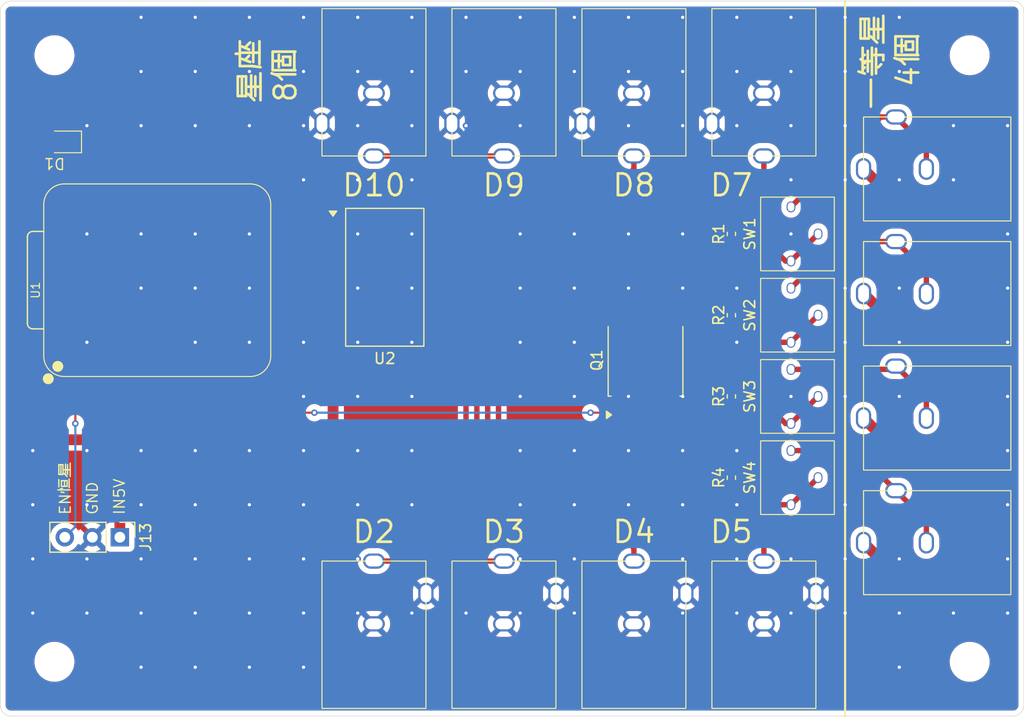
<source format=kicad_pcb>
(kicad_pcb (version 20241229) (generator "pcbnew") (generator_version "9.0")
  (layers (0 "F.Cu" signal) (2 "B.Cu" signal) (13 "F.Paste" user) (15 "B.Paste" user) (5 "F.SilkS" user "F.Silkscreen") (7 "B.SilkS" user "B.Silkscreen") (1 "F.Mask" user) (3 "B.Mask" user) (25 "Edge.Cuts" user))
  (net 0 "")
  (net 1 "GND")
  (net 2 "+5V")
  (net 3 "Net-(J9-Pad2)")
  (net 4 "Net-(J10-Pad2)")
  (net 5 "Net-(J11-Pad2)")
  (net 6 "Net-(J12-Pad2)")
  (net 15 "Net-(D1-K)")
  (net 16 "SEIZAO1")
  (net 17 "SEIZAO2")
  (net 18 "SEIZAO3")
  (net 19 "SEIZAO4")
  (net 20 "SEIZAO5")
  (net 21 "SEIZAO6")
  (net 22 "SEIZAO7")
  (net 23 "SEIZAO8")
  (net 24 "ITTOSE")
  (net 25 "Net-(Q1-D)")
  (net 26 "SEIZAI2")
  (net 27 "SEIZAI1")
  (net 28 "SEIZAI5")
  (net 29 "SEIZAI4")
  (net 30 "SEIZAI7")
  (net 31 "SEIZAI6")
  (net 32 "SEIZAI8")
  (net 33 "SEIZAI3")
  (net 34 "Net-(R1-Pad1)")
  (net 35 "Net-(R2-Pad1)")
  (net 36 "Net-(R3-Pad1)")
  (net 37 "Net-(R4-Pad1)")
  (net 38 "kousei_en")
  (footprint "VR:VR" (layer "F.Cu") (at 165 87.5 -90)
    (property "Reference" "SW2" (at 0 3.81 90) (layer "F.SilkS"))
    (property "Value" "RotaryEncoder")
    (pad "1" thru_hole oval (at -2.5 0 270) (size 1 0.8) (drill oval 0.8 0.6) (layers "*.Cu" "*.Mask") (net 4 "Net-(J10-Pad2)"))
    (pad "2" thru_hole oval (at 0 -2.5 270) (size 1 0.8) (drill oval 0.8 0.6) (layers "*.Cu" "*.Mask") (net 35 "Net-(R2-Pad1)"))
    (pad "3" thru_hole oval (at 2.5 0 270) (size 1 0.8) (drill oval 0.8 0.6) (layers "*.Cu" "*.Mask") (net 35 "Net-(R2-Pad1)"))
  )
  (footprint "DCJack:DCJack" (layer "F.Cu") (at 177.5 85.5 180)
    (property "Reference" "J10" (hide yes))
    (property "Value" "Jack-DC")
    (pad "1" thru_hole oval (at 5.8 0 180) (size 1.4 2) (drill oval 1 1.6) (layers "*.Cu" "*.Mask") (net 2 "+5V"))
    (pad "2" thru_hole oval (at 0 0 180) (size 1.4 2) (drill oval 1 1.6) (layers "*.Cu" "*.Mask") (net 4 "Net-(J10-Pad2)"))
    (pad "2" thru_hole oval (at 2.8 4.8 180) (size 2 1.4) (drill oval 1.6 1) (layers "*.Cu" "*.Mask") (net 4 "Net-(J10-Pad2)"))
  )
  (footprint "MountingHole:MountingHole_3.2mm_M3" (layer "F.Cu") (at 97 63.5 -90)
    (property "Reference" "REF**" (hide yes))
    (property "Value" "MountingHole_3.2mm_M3" (hide yes))
    (pad "" np_thru_hole circle (at 0 0 270) (size 3.2 3.2) (drill 3.2) (layers "*.Cu" "*.Mask"))
  )
  (footprint "DCJack:DCJack" (layer "F.Cu") (at 126.5 67 -90)
    (property "Reference" "J4" (hide yes))
    (property "Value" "Jack-DC")
    (pad "1" thru_hole oval (at 5.8 0 270) (size 1.4 2) (drill oval 1 1.6) (layers "*.Cu" "*.Mask") (net 19 "SEIZAO4"))
    (pad "2" thru_hole oval (at 0 0 270) (size 1.4 2) (drill oval 1 1.6) (layers "*.Cu" "*.Mask") (net 1 "GND"))
    (pad "2" thru_hole oval (at 2.8 4.8 270) (size 2 1.4) (drill oval 1.6 1) (layers "*.Cu" "*.Mask") (net 1 "GND"))
  )
  (footprint "MountingHole:MountingHole_3.2mm_M3" (layer "F.Cu") (at 181.5 63.5 -90)
    (property "Reference" "REF**" (hide yes))
    (property "Value" "MountingHole_3.2mm_M3" (hide yes))
    (pad "" np_thru_hole circle (at 0 0 270) (size 3.2 3.2) (drill 3.2) (layers "*.Cu" "*.Mask"))
  )
  (footprint "DCJack:DCJack" (layer "F.Cu") (at 138.5 116 90)
    (property "Reference" "J7" (hide yes))
    (property "Value" "Jack-DC")
    (pad "1" thru_hole oval (at 5.8 0 90) (size 1.4 2) (drill oval 1 1.6) (layers "*.Cu" "*.Mask") (net 22 "SEIZAO7"))
    (pad "2" thru_hole oval (at 0 0 90) (size 1.4 2) (drill oval 1 1.6) (layers "*.Cu" "*.Mask") (net 1 "GND"))
    (pad "2" thru_hole oval (at 2.8 4.8 90) (size 2 1.4) (drill oval 1.6 1) (layers "*.Cu" "*.Mask") (net 1 "GND"))
  )
  (footprint "Package_SO:SOP-18_7x12.5mm_P1.27mm" (layer "F.Cu") (at 127.5 84)
    (property "Reference" "U2" (at 0 7.5 0) (layer "F.SilkS"))
    (property "Value" "TBD62783A")
    (pad "1" smd roundrect (at -4.775 -5.08) (size 1.75 0.6) (layers "F.Cu" "F.Mask" "F.Paste") (net 29 "SEIZAI4"))
    (pad "2" smd roundrect (at -4.775 -3.81) (size 1.75 0.6) (layers "F.Cu" "F.Mask" "F.Paste") (net 33 "SEIZAI3"))
    (pad "3" smd roundrect (at -4.775 -2.54) (size 1.75 0.6) (layers "F.Cu" "F.Mask" "F.Paste") (net 26 "SEIZAI2"))
    (pad "4" smd roundrect (at -4.775 -1.27) (size 1.75 0.6) (layers "F.Cu" "F.Mask" "F.Paste") (net 27 "SEIZAI1"))
    (pad "5" smd roundrect (at -4.775 0) (size 1.75 0.6) (layers "F.Cu" "F.Mask" "F.Paste") (net 28 "SEIZAI5"))
    (pad "6" smd roundrect (at -4.775 1.27) (size 1.75 0.6) (layers "F.Cu" "F.Mask" "F.Paste") (net 31 "SEIZAI6"))
    (pad "7" smd roundrect (at -4.775 2.54) (size 1.75 0.6) (layers "F.Cu" "F.Mask" "F.Paste") (net 30 "SEIZAI7"))
    (pad "8" smd roundrect (at -4.775 3.81) (size 1.75 0.6) (layers "F.Cu" "F.Mask" "F.Paste") (net 32 "SEIZAI8"))
    (pad "9" smd roundrect (at -4.775 5.08) (size 1.75 0.6) (layers "F.Cu" "F.Mask" "F.Paste") (net 2 "+5V"))
    (pad "10" smd roundrect (at 4.775 5.08) (size 1.75 0.6) (layers "F.Cu" "F.Mask" "F.Paste") (net 1 "GND"))
    (pad "11" smd roundrect (at 4.775 3.81) (size 1.75 0.6) (layers "F.Cu" "F.Mask" "F.Paste") (net 23 "SEIZAO8"))
    (pad "12" smd roundrect (at 4.775 2.54) (size 1.75 0.6) (layers "F.Cu" "F.Mask" "F.Paste") (net 22 "SEIZAO7"))
    (pad "13" smd roundrect (at 4.775 1.27) (size 1.75 0.6) (layers "F.Cu" "F.Mask" "F.Paste") (net 21 "SEIZAO6"))
    (pad "14" smd roundrect (at 4.775 0) (size 1.75 0.6) (layers "F.Cu" "F.Mask" "F.Paste") (net 20 "SEIZAO5"))
    (pad "15" smd roundrect (at 4.775 -1.27) (size 1.75 0.6) (layers "F.Cu" "F.Mask" "F.Paste") (net 16 "SEIZAO1"))
    (pad "16" smd roundrect (at 4.775 -2.54) (size 1.75 0.6) (layers "F.Cu" "F.Mask" "F.Paste") (net 17 "SEIZAO2"))
    (pad "17" smd roundrect (at 4.775 -3.81) (size 1.75 0.6) (layers "F.Cu" "F.Mask" "F.Paste") (net 18 "SEIZAO3"))
    (pad "18" smd roundrect (at 4.775 -5.08) (size 1.75 0.6) (layers "F.Cu" "F.Mask" "F.Paste") (net 19 "SEIZAO4"))
  )
  (footprint "DCJack:DCJack" (layer "F.Cu") (at 150.5 116 90)
    (property "Reference" "J6" (hide yes))
    (property "Value" "Jack-DC")
    (pad "1" thru_hole oval (at 5.8 0 90) (size 1.4 2) (drill oval 1 1.6) (layers "*.Cu" "*.Mask") (net 21 "SEIZAO6"))
    (pad "2" thru_hole oval (at 0 0 90) (size 1.4 2) (drill oval 1 1.6) (layers "*.Cu" "*.Mask") (net 1 "GND"))
    (pad "2" thru_hole oval (at 2.8 4.8 90) (size 2 1.4) (drill oval 1.6 1) (layers "*.Cu" "*.Mask") (net 1 "GND"))
  )
  (footprint "Connector_PinHeader_2.54mm:PinHeader_1x03_P2.54mm_Vertical" (layer "F.Cu") (at 103.04 108 -90)
    (property "Reference" "J13" (at 0 -2.38 90) (layer "F.SilkS"))
    (property "Value" "Conn_01x03")
    (pad "1" thru_hole rect (at 0 0 270) (size 1.7 1.7) (drill 1) (layers "*.Cu" "*.Mask") (net 2 "+5V"))
    (pad "2" thru_hole circle (at 0 2.54 270) (size 1.7 1.7) (drill 1) (layers "*.Cu" "*.Mask") (net 1 "GND"))
    (pad "3" thru_hole circle (at 0 5.08 270) (size 1.7 1.7) (drill 1) (layers "*.Cu" "*.Mask") (net 38 "kousei_en"))
  )
  (footprint "Seeed_Studio_XIAO_Series:XIAO-ESP32-C3-SMD" (layer "F.Cu") (at 117.052 93.16 90)
    (property "Reference" "U1" (at 7.112 -21.336 90) (layer "F.SilkS") (effects (font (size 0.78232 0.78232) (thickness 0.10668)) (justify left bottom)))
    (property "Value" "XIAO-ESP32-C3-SMD")
    (pad "1" smd roundrect (at 0.835 -18.12 90) (size 2.75 2) (layers "F.Cu" "F.Mask" "F.Paste") (net 38 "kousei_en"))
    (pad "2" smd roundrect (at 0.835 -15.58 90) (size 2.75 2) (layers "F.Cu" "F.Mask" "F.Paste") (net 24 "ITTOSE"))
    (pad "3" smd roundrect (at 0.835 -13.04 90) (size 2.75 2) (layers "F.Cu" "F.Mask" "F.Paste") (net 32 "SEIZAI8"))
    (pad "4" smd roundrect (at 0.835 -10.5 90) (size 2.75 2) (layers "F.Cu" "F.Mask" "F.Paste") (net 30 "SEIZAI7"))
    (pad "5" smd roundrect (at 0.835 -7.96 90) (size 2.75 2) (layers "F.Cu" "F.Mask" "F.Paste") (net 31 "SEIZAI6"))
    (pad "6" smd roundrect (at 0.835 -5.42 90) (size 2.75 2) (layers "F.Cu" "F.Mask" "F.Paste") (net 28 "SEIZAI5"))
    (pad "7" smd roundrect (at 0.835 -2.88 90) (size 2.75 2) (layers "F.Cu" "F.Mask" "F.Paste"))
    (pad "8" smd roundrect (at 17 -2.88 90) (size 2.75 2) (layers "F.Cu" "F.Mask" "F.Paste") (net 27 "SEIZAI1"))
    (pad "9" smd roundrect (at 17 -5.42 90) (size 2.75 2) (layers "F.Cu" "F.Mask" "F.Paste") (net 26 "SEIZAI2"))
    (pad "10" smd roundrect (at 17 -7.96 90) (size 2.75 2) (layers "F.Cu" "F.Mask" "F.Paste") (net 33 "SEIZAI3"))
    (pad "11" smd roundrect (at 17 -10.5 90) (size 2.75 2) (layers "F.Cu" "F.Mask" "F.Paste") (net 29 "SEIZAI4"))
    (pad "12" smd roundrect (at 17 -13.04 90) (size 2.75 2) (layers "F.Cu" "F.Mask" "F.Paste"))
    (pad "13" smd roundrect (at 17 -15.58 90) (size 2.75 2) (layers "F.Cu" "F.Mask" "F.Paste") (net 1 "GND"))
    (pad "14" smd roundrect (at 17 -18.12 90) (size 2.75 2) (layers "F.Cu" "F.Mask" "F.Paste") (net 15 "Net-(D1-K)"))
    (pad "15" smd roundrect (at 4.445 -10.882 270) (size 2.5 1.1) (layers "F.Cu" "F.Mask" "F.Paste"))
    (pad "16" smd roundrect (at 4.445 -12.787 270) (size 2.5 1.1) (layers "F.Cu" "F.Mask" "F.Paste") (net 1 "GND"))
    (pad "17" smd circle (at 7.62 -19.132 90) (size 1.7 1.7) (layers "F.Cu" "F.Mask" "F.Paste"))
    (pad "18" smd circle (at 10.16 -19.132 90) (size 1.7 1.7) (layers "F.Cu" "F.Mask" "F.Paste"))
    (pad "19" smd circle (at 7.62 -16.592 90) (size 1.7 1.7) (layers "F.Cu" "F.Mask" "F.Paste"))
    (pad "20" smd circle (at 10.16 -16.592 90) (size 1.7 1.7) (layers "F.Cu" "F.Mask" "F.Paste") (net 1 "GND"))
    (pad "21" smd circle (at 7.62 -14.052 90) (size 1.7 1.7) (layers "F.Cu" "F.Mask" "F.Paste"))
    (pad "22" smd circle (at 10.16 -14.052 90) (size 1.7 1.7) (layers "F.Cu" "F.Mask" "F.Paste"))
  )
  (footprint "GS1010FL:GS1010FL" (layer "F.Cu") (at 97 71.5 180)
    (property "Reference" "D1" (at 0 -2 180) (layer "F.SilkS") (effects (font (thickness 0.125))))
    (property "Value" "D")
    (pad "1" smd roundrect (at -1.7375 0 180) (size 0.775 1.22) (layers "F.Cu" "F.Mask" "F.Paste") (roundrect_rratio 0.15) (net 15 "Net-(D1-K)"))
    (pad "2" smd roundrect (at 1.7375 0 180) (size 0.775 1.22) (layers "F.Cu" "F.Mask" "F.Paste") (roundrect_rratio 0.15) (net 2 "+5V"))
  )
  (footprint "VR:VR" (layer "F.Cu") (at 165 80 -90)
    (property "Reference" "SW1" (at 0 3.81 90) (layer "F.SilkS"))
    (property "Value" "RotaryEncoder")
    (pad "1" thru_hole oval (at -2.5 0 270) (size 1 0.8) (drill oval 0.8 0.6) (layers "*.Cu" "*.Mask") (net 3 "Net-(J9-Pad2)"))
    (pad "2" thru_hole oval (at 0 -2.5 270) (size 1 0.8) (drill oval 0.8 0.6) (layers "*.Cu" "*.Mask") (net 34 "Net-(R1-Pad1)"))
    (pad "3" thru_hole oval (at 2.5 0 270) (size 1 0.8) (drill oval 0.8 0.6) (layers "*.Cu" "*.Mask") (net 34 "Net-(R1-Pad1)"))
  )
  (footprint "MountingHole:MountingHole_3.2mm_M3" (layer "F.Cu") (at 97 119.5 -90)
    (property "Reference" "REF**" (hide yes))
    (property "Value" "MountingHole_3.2mm_M3" (hide yes))
    (pad "" np_thru_hole circle (at 0 0 270) (size 3.2 3.2) (drill 3.2) (layers "*.Cu" "*.Mask"))
  )
  (footprint "DCJack:DCJack" (layer "F.Cu") (at 150.5 67 -90)
    (property "Reference" "J2" (hide yes))
    (property "Value" "Jack-DC")
    (pad "1" thru_hole oval (at 5.8 0 270) (size 1.4 2) (drill oval 1 1.6) (layers "*.Cu" "*.Mask") (net 17 "SEIZAO2"))
    (pad "2" thru_hole oval (at 0 0 270) (size 1.4 2) (drill oval 1 1.6) (layers "*.Cu" "*.Mask") (net 1 "GND"))
    (pad "2" thru_hole oval (at 2.8 4.8 270) (size 2 1.4) (drill oval 1.6 1) (layers "*.Cu" "*.Mask") (net 1 "GND"))
  )
  (footprint "DCJack:DCJack" (layer "F.Cu") (at 177.5 74 180)
    (property "Reference" "J9" (hide yes))
    (property "Value" "Jack-DC")
    (pad "1" thru_hole oval (at 5.8 0 180) (size 1.4 2) (drill oval 1 1.6) (layers "*.Cu" "*.Mask") (net 2 "+5V"))
    (pad "2" thru_hole oval (at 0 0 180) (size 1.4 2) (drill oval 1 1.6) (layers "*.Cu" "*.Mask") (net 3 "Net-(J9-Pad2)"))
    (pad "2" thru_hole oval (at 2.8 4.8 180) (size 2 1.4) (drill oval 1.6 1) (layers "*.Cu" "*.Mask") (net 3 "Net-(J9-Pad2)"))
  )
  (footprint "DCJack:DCJack" (layer "F.Cu") (at 126.5 116 90)
    (property "Reference" "J8" (hide yes))
    (property "Value" "Jack-DC")
    (pad "1" thru_hole oval (at 5.8 0 90) (size 1.4 2) (drill oval 1 1.6) (layers "*.Cu" "*.Mask") (net 23 "SEIZAO8"))
    (pad "2" thru_hole oval (at 0 0 90) (size 1.4 2) (drill oval 1 1.6) (layers "*.Cu" "*.Mask") (net 1 "GND"))
    (pad "2" thru_hole oval (at 2.8 4.8 90) (size 2 1.4) (drill oval 1.6 1) (layers "*.Cu" "*.Mask") (net 1 "GND"))
  )
  (footprint "DCJack:DCJack" (layer "F.Cu") (at 177.5 97 180)
    (property "Reference" "J11" (hide yes))
    (property "Value" "Jack-DC")
    (pad "1" thru_hole oval (at 5.8 0 180) (size 1.4 2) (drill oval 1 1.6) (layers "*.Cu" "*.Mask") (net 2 "+5V"))
    (pad "2" thru_hole oval (at 0 0 180) (size 1.4 2) (drill oval 1 1.6) (layers "*.Cu" "*.Mask") (net 5 "Net-(J11-Pad2)"))
    (pad "2" thru_hole oval (at 2.8 4.8 180) (size 2 1.4) (drill oval 1.6 1) (layers "*.Cu" "*.Mask") (net 5 "Net-(J11-Pad2)"))
  )
  (footprint "Package_TO_SOT_SMD:TO-252-2" (layer "F.Cu") (at 151.5725 91.66 90)
    (property "Reference" "Q1" (at 0 -4.5 90) (layer "F.SilkS"))
    (property "Value" "TK25S06N1L")
    (pad "1" smd roundrect (at -5.04 -2.28 90) (size 2.2 1.2) (layers "F.Cu" "F.Mask" "F.Paste") (roundrect_rratio 0.208333) (net 24 "ITTOSE"))
    (pad "2" smd roundrect (at 1.26 0 90) (size 6.4 5.8) (layers "F.Cu" "F.Mask") (roundrect_rratio 0.043103) (net 25 "Net-(Q1-D)"))
    (pad "3" smd roundrect (at -5.04 2.28 90) (size 2.2 1.2) (layers "F.Cu" "F.Mask" "F.Paste") (roundrect_rratio 0.208333) (net 1 "GND"))
  )
  (footprint "DCJack:DCJack" (layer "F.Cu") (at 177.5 108.5 180)
    (property "Reference" "J12" (hide yes))
    (property "Value" "Jack-DC")
    (pad "1" thru_hole oval (at 5.8 0 180) (size 1.4 2) (drill oval 1 1.6) (layers "*.Cu" "*.Mask") (net 2 "+5V"))
    (pad "2" thru_hole oval (at 0 0 180) (size 1.4 2) (drill oval 1 1.6) (layers "*.Cu" "*.Mask") (net 6 "Net-(J12-Pad2)"))
    (pad "2" thru_hole oval (at 2.8 4.8 180) (size 2 1.4) (drill oval 1.6 1) (layers "*.Cu" "*.Mask") (net 6 "Net-(J12-Pad2)"))
  )
  (footprint "DCJack:DCJack" (layer "F.Cu") (at 162.5 116 90)
    (property "Reference" "J5" (hide yes))
    (property "Value" "Jack-DC")
    (pad "1" thru_hole oval (at 5.8 0 90) (size 1.4 2) (drill oval 1 1.6) (layers "*.Cu" "*.Mask") (net 20 "SEIZAO5"))
    (pad "2" thru_hole oval (at 0 0 90) (size 1.4 2) (drill oval 1 1.6) (layers "*.Cu" "*.Mask") (net 1 "GND"))
    (pad "2" thru_hole oval (at 2.8 4.8 90) (size 2 1.4) (drill oval 1.6 1) (layers "*.Cu" "*.Mask") (net 1 "GND"))
  )
  (footprint "Resistor_SMD:R_0402_1005Metric" (layer "F.Cu") (at 159.5 95 90)
    (property "Reference" "R3" (at 0 -1.17 90) (layer "F.SilkS"))
    (property "Value" "R")
    (pad "1" smd roundrect (at -0.51 0 90) (size 0.54 0.64) (layers "F.Cu" "F.Mask" "F.Paste") (net 36 "Net-(R3-Pad1)"))
    (pad "2" smd roundrect (at 0.51 0 90) (size 0.54 0.64) (layers "F.Cu" "F.Mask" "F.Paste") (net 25 "Net-(Q1-D)"))
  )
  (footprint "DCJack:DCJack" (layer "F.Cu") (at 138.5 67 -90)
    (property "Reference" "J3" (hide yes))
    (property "Value" "Jack-DC")
    (pad "1" thru_hole oval (at 5.8 0 270) (size 1.4 2) (drill oval 1 1.6) (layers "*.Cu" "*.Mask") (net 18 "SEIZAO3"))
    (pad "2" thru_hole oval (at 0 0 270) (size 1.4 2) (drill oval 1 1.6) (layers "*.Cu" "*.Mask") (net 1 "GND"))
    (pad "2" thru_hole oval (at 2.8 4.8 270) (size 2 1.4) (drill oval 1.6 1) (layers "*.Cu" "*.Mask") (net 1 "GND"))
  )
  (footprint "Resistor_SMD:R_0402_1005Metric" (layer "F.Cu") (at 159.5 87.5 90)
    (property "Reference" "R2" (at 0 -1.17 90) (layer "F.SilkS"))
    (property "Value" "R")
    (pad "1" smd roundrect (at -0.51 0 90) (size 0.54 0.64) (layers "F.Cu" "F.Mask" "F.Paste") (net 35 "Net-(R2-Pad1)"))
    (pad "2" smd roundrect (at 0.51 0 90) (size 0.54 0.64) (layers "F.Cu" "F.Mask" "F.Paste") (net 25 "Net-(Q1-D)"))
  )
  (footprint "MountingHole:MountingHole_3.2mm_M3" (layer "F.Cu") (at 181.5 119.5 -90)
    (property "Reference" "REF**" (hide yes))
    (property "Value" "MountingHole_3.2mm_M3" (hide yes))
    (pad "" np_thru_hole circle (at 0 0 270) (size 3.2 3.2) (drill 3.2) (layers "*.Cu" "*.Mask"))
  )
  (footprint "VR:VR" (layer "F.Cu") (at 165 95 -90)
    (property "Reference" "SW3" (at 0 3.81 90) (layer "F.SilkS"))
    (property "Value" "RotaryEncoder")
    (pad "1" thru_hole oval (at -2.5 0 270) (size 1 0.8) (drill oval 0.8 0.6) (layers "*.Cu" "*.Mask") (net 5 "Net-(J11-Pad2)"))
    (pad "2" thru_hole oval (at 0 -2.5 270) (size 1 0.8) (drill oval 0.8 0.6) (layers "*.Cu" "*.Mask") (net 36 "Net-(R3-Pad1)"))
    (pad "3" thru_hole oval (at 2.5 0 270) (size 1 0.8) (drill oval 0.8 0.6) (layers "*.Cu" "*.Mask") (net 36 "Net-(R3-Pad1)"))
  )
  (footprint "VR:VR" (layer "F.Cu") (at 165 102.5 -90)
    (property "Reference" "SW4" (at 0 3.81 90) (layer "F.SilkS"))
    (property "Value" "RotaryEncoder")
    (pad "1" thru_hole oval (at -2.5 0 270) (size 1 0.8) (drill oval 0.8 0.6) (layers "*.Cu" "*.Mask") (net 6 "Net-(J12-Pad2)"))
    (pad "2" thru_hole oval (at 0 -2.5 270) (size 1 0.8) (drill oval 0.8 0.6) (layers "*.Cu" "*.Mask") (net 37 "Net-(R4-Pad1)"))
    (pad "3" thru_hole oval (at 2.5 0 270) (size 1 0.8) (drill oval 0.8 0.6) (layers "*.Cu" "*.Mask") (net 37 "Net-(R4-Pad1)"))
  )
  (footprint "Resistor_SMD:R_0402_1005Metric" (layer "F.Cu") (at 159.5 102.5 90)
    (property "Reference" "R4" (at 0 -1.17 90) (layer "F.SilkS"))
    (property "Value" "R")
    (pad "1" smd roundrect (at -0.51 0 90) (size 0.54 0.64) (layers "F.Cu" "F.Mask" "F.Paste") (net 37 "Net-(R4-Pad1)"))
    (pad "2" smd roundrect (at 0.51 0 90) (size 0.54 0.64) (layers "F.Cu" "F.Mask" "F.Paste") (net 25 "Net-(Q1-D)"))
  )
  (footprint "DCJack:DCJack" (layer "F.Cu") (at 162.5 67 -90)
    (property "Reference" "J1" (hide yes))
    (property "Value" "Jack-DC")
    (pad "1" thru_hole oval (at 5.8 0 270) (size 1.4 2) (drill oval 1 1.6) (layers "*.Cu" "*.Mask") (net 16 "SEIZAO1"))
    (pad "2" thru_hole oval (at 0 0 270) (size 1.4 2) (drill oval 1 1.6) (layers "*.Cu" "*.Mask") (net 1 "GND"))
    (pad "2" thru_hole oval (at 2.8 4.8 270) (size 2 1.4) (drill oval 1.6 1) (layers "*.Cu" "*.Mask") (net 1 "GND"))
  )
  (footprint "Resistor_SMD:R_0402_1005Metric" (layer "F.Cu") (at 159.5 80 90)
    (property "Reference" "R1" (at 0 -1.17 270) (layer "F.SilkS"))
    (property "Value" "R")
    (pad "1" smd roundrect (at -0.51 0 90) (size 0.54 0.64) (layers "F.Cu" "F.Mask" "F.Paste") (net 34 "Net-(R1-Pad1)"))
    (pad "2" smd roundrect (at 0.51 0 90) (size 0.54 0.64) (layers "F.Cu" "F.Mask" "F.Paste") (net 25 "Net-(Q1-D)"))
  )
  (gr_line (start 170 124.5) (end 170 58.5) (stroke (width 0.2)) (layer "F.SilkS"))
  (gr_line (start 185.5 124.5) (end 93 124.5) (stroke (width 0.05)) (layer "Edge.Cuts"))
  (gr_arc (start 93 124.5) (mid 92.292893 124.207107) (end 92 123.5) (stroke (width 0.05)) (layer "Edge.Cuts"))
  (gr_arc (start 186.5 123.5) (mid 186.207107 124.207107) (end 185.5 124.5) (stroke (width 0.05)) (layer "Edge.Cuts"))
  (gr_line (start 92 123.5) (end 92 59.5) (stroke (width 0.05)) (layer "Edge.Cuts"))
  (gr_arc (start 92 59.5) (mid 92.292893 58.792893) (end 93 58.5) (stroke (width 0.05)) (layer "Edge.Cuts"))
  (gr_arc (start 185.5 58.5) (mid 186.207107 58.792893) (end 186.5 59.5) (stroke (width 0.05)) (layer "Edge.Cuts"))
  (gr_line (start 93 58.5) (end 185.5 58.5) (stroke (width 0.05)) (layer "Edge.Cuts"))
  (gr_line (start 186.5 59.5) (end 186.5 123.5) (stroke (width 0.05)) (layer "Edge.Cuts"))
  (gr_text "GND" (at 100.5 106 90) (layer "F.SilkS") (effects (font (size 1 1) (thickness 0.125)) (justify left)))
  (gr_text "星座\n8個" (at 119.5 68 90) (layer "F.SilkS") (effects (font (size 2 2) (thickness 0.25)) (justify left bottom)))
  (gr_text "D2" (at 126.5 107.5 0) (layer "F.SilkS") (effects (font (size 2 2) (thickness 0.25))))
  (gr_text "D9" (at 138.5 75.5 0) (layer "F.SilkS") (effects (font (size 2 2) (thickness 0.25))))
  (gr_text "D5" (at 159.5 107.5 0) (layer "F.SilkS") (effects (font (size 2 2) (thickness 0.25))))
  (gr_text "D3" (at 138.5 107.5 0) (layer "F.SilkS") (effects (font (size 2 2) (thickness 0.25))))
  (gr_text "D7" (at 159.5 75.5 0) (layer "F.SilkS") (effects (font (size 2 2) (thickness 0.25))))
  (gr_text "IN5V" (at 103 106 90) (layer "F.SilkS") (effects (font (size 1 1) (thickness 0.125)) (justify left)))
  (gr_text "D8" (at 150.5 75.5 0) (layer "F.SilkS") (effects (font (size 2 2) (thickness 0.25))))
  (gr_text "D10" (at 126.5 75.5 0) (layer "F.SilkS") (effects (font (size 2 2) (thickness 0.25))))
  (gr_text "一等星\n4個" (at 177 64 90) (layer "F.SilkS") (effects (font (size 2 2) (thickness 0.25)) (justify bottom)))
  (gr_text "EN恒星" (at 98 106 90) (layer "F.SilkS") (effects (font (size 1 1) (thickness 0.125)) (justify left)))
  (gr_text "D4" (at 150.5 107.5 0) (layer "F.SilkS") (effects (font (size 2 2) (thickness 0.25))))
  (segment (start 101.472 76.16) (end 101.472 73.92975) (width 1) (layer "F.Cu") (net 1))
  (segment (start 101.472 76.16) (end 101.472 78.72925) (width 1) (layer "F.Cu") (net 1))
  (via (at 180 75) (size 0.6) (drill 0.3) (layers "F.Cu" "B.Cu") (net 1))
  (via (at 155 110) (size 0.6) (drill 0.3) (layers "F.Cu" "B.Cu") (net 1))
  (via (at 145 80) (size 0.6) (drill 0.3) (layers "F.Cu" "B.Cu") (net 1))
  (via (at 145 100) (size 0.6) (drill 0.3) (layers "F.Cu" "B.Cu") (net 1))
  (via (at 115 85) (size 0.6) (drill 0.3) (layers "F.Cu" "B.Cu") (net 1))
  (via (at 140 100) (size 0.6) (drill 0.3) (layers "F.Cu" "B.Cu") (net 1))
  (via (at 175 110) (size 0.6) (drill 0.3) (layers "F.Cu" "B.Cu") (net 1))
  (via (at 100 110) (size 0.6) (drill 0.3) (layers "F.Cu" "B.Cu") (net 1))
  (via (at 170 85) (size 0.6) (drill 0.3) (layers "F.Cu" "B.Cu") (net 1))
  (via (at 155 100) (size 0.6) (drill 0.3) (layers "F.Cu" "B.Cu") (net 1))
  (via (at 185 105) (size 0.6) (drill 0.3) (layers "F.Cu" "B.Cu") (net 1))
  (via (at 160 105) (size 0.6) (drill 0.3) (layers "F.Cu" "B.Cu") (net 1))
  (via (at 110 70) (size 0.6) (drill 0.3) (layers "F.Cu" "B.Cu") (net 1))
  (via (at 155 85) (size 0.6) (drill 0.3) (layers "F.Cu" "B.Cu") (net 1))
  (via (at 155 115) (size 0.6) (drill 0.3) (layers "F.Cu" "B.Cu") (net 1))
  (via (at 125 75) (size 0.6) (drill 0.3) (layers "F.Cu" "B.Cu") (net 1))
  (via (at 150 60) (size 0.6) (drill 0.3) (layers "F.Cu" "B.Cu") (net 1))
  (via (at 140 65) (size 0.6) (drill 0.3) (layers "F.Cu" "B.Cu") (net 1))
  (via (at 140 90) (size 0.6) (drill 0.3) (layers "F.Cu" "B.Cu") (net 1))
  (via (at 110 110) (size 0.6) (drill 0.3) (layers "F.Cu" "B.Cu") (net 1))
  (via (at 165 75) (size 0.6) (drill 0.3) (layers "F.Cu" "B.Cu") (net 1))
  (via (at 140 85) (size 0.6) (drill 0.3) (layers "F.Cu" "B.Cu") (net 1))
  (via (at 145 110) (size 0.6) (drill 0.3) (layers "F.Cu" "B.Cu") (net 1))
  (via (at 160 70) (size 0.6) (drill 0.3) (layers "F.Cu" "B.Cu") (net 1))
  (via (at 120 60) (size 0.6) (drill 0.3) (layers "F.Cu" "B.Cu") (net 1))
  (via (at 105 120) (size 0.6) (drill 0.3) (layers "F.Cu" "B.Cu") (net 1))
  (via (at 125 80) (size 0.6) (drill 0.3) (layers "F.Cu" "B.Cu") (net 1))
  (via (at 110 105) (size 0.6) (drill 0.3) (layers "F.Cu" "B.Cu") (net 1))
  (via (at 110 100) (size 0.6) (drill 0.3) (layers "F.Cu" "B.Cu") (net 1))
  (via (at 155 105) (size 0.6) (drill 0.3) (layers "F.Cu" "B.Cu") (net 1))
  (via (at 145 90) (size 0.6) (drill 0.3) (layers "F.Cu" "B.Cu") (net 1))
  (via (at 125 105) (size 0.6) (drill 0.3) (layers "F.Cu" "B.Cu") (net 1))
  (via (at 100 90) (size 0.6) (drill 0.3) (layers "F.Cu" "B.Cu") (net 1))
  (via (at 110 85) (size 0.6) (drill 0.3) (layers "F.Cu" "B.Cu") (net 1))
  (via (at 185 80) (size 0.6) (drill 0.3) (layers "F.Cu" "B.Cu") (net 1))
  (via (at 150 85) (size 0.6) (drill 0.3) (layers "F.Cu" "B.Cu") (net 1))
  (via (at 185 110) (size 0.6) (drill 0.3) (layers "F.Cu" "B.Cu") (net 1))
  (via (at 115 110) (size 0.6) (drill 0.3) (layers "F.Cu" "B.Cu") (net 1))
  (via (at 185 100) (size 0.6) (drill 0.3) (layers "F.Cu" "B.Cu") (net 1))
  (via (at 125 95) (size 0.6) (drill 0.3) (layers "F.Cu" "B.Cu") (net 1))
  (via (at 105 100) (size 0.6) (drill 0.3) (layers "F.Cu" "B.Cu") (net 1))
  (via (at 95 110) (size 0.6) (drill 0.3) (layers "F.Cu" "B.Cu") (net 1))
  (via (at 160 85) (size 0.6) (drill 0.3) (layers "F.Cu" "B.Cu") (net 1))
  (via (at 145 95) (size 0.6) (drill 0.3) (layers "F.Cu" "B.Cu") (net 1))
  (via (at 125 85) (size 0.6) (drill 0.3) (layers "F.Cu" "B.Cu") (net 1))
  (via (at 100 105) (size 0.6) (drill 0.3) (layers "F.Cu" "B.Cu") (net 1))
  (via (at 130 85) (size 0.6) (drill 0.3) (layers "F.Cu" "B.Cu") (net 1))
  (via (at 170 75) (size 0.6) (drill 0.3) (layers "F.Cu" "B.Cu") (net 1))
  (via (at 175 75) (size 0.6) (drill 0.3) (layers "F.Cu" "B.Cu") (net 1))
  (via (at 180 70) (size 0.6) (drill 0.3) (layers "F.Cu" "B.Cu") (net 1))
  (via (at 110 90) (size 0.6) (drill 0.3) (layers "F.Cu" "B.Cu") (net 1))
  (via (at 150 70) (size 0.6) (drill 0.3) (layers "F.Cu" "B.Cu") (net 1))
  (via (at 115 60) (size 0.6) (drill 0.3) (layers "F.Cu" "B.Cu") (net 1))
  (via (at 105 110) (size 0.6) (drill 0.3) (layers "F.Cu" "B.Cu") (net 1))
  (via (at 95 100) (size 0.6) (drill 0.3) (layers "F.Cu" "B.Cu") (net 1))
  (via (at 105 60) (size 0.6) (drill 0.3) (layers "F.Cu" "B.Cu") (net 1))
  (via (at 105 65) (size 0.6) (drill 0.3) (layers "F.Cu" "B.Cu") (net 1))
  (via (at 135 60) (size 0.6) (drill 0.3) (layers "F.Cu" "B.Cu") (net 1))
  (via (at 160 60) (size 0.6) (drill 0.3) (layers "F.Cu" "B.Cu") (net 1))
  (via (at 160 90) (size 0.6) (drill 0.3) (layers "F.Cu" "B.Cu") (net 1))
  (via (at 140 60) (size 0.6) (drill 0.3) (layers "F.Cu" "B.Cu") (net 1))
  (via (at 110 80) (size 0.6) (drill 0.3) (layers "F.Cu" "B.Cu") (net 1))
  (via (at 170 105) (size 0.6) (drill 0.3) (layers "F.Cu" "B.Cu") (net 1))
  (via (at 175 95) (size 0.6) (drill 0.3) (layers "F.Cu" "B.Cu") (net 1))
  (via (at 170 90) (size 0.6) (drill 0.3) (layers "F.Cu" "B.Cu") (net 1))
  (via (at 155 60) (size 0.6) (drill 0.3) (layers "F.Cu" "B.Cu") (net 1))
  (via (at 95 115) (size 0.6) (drill 0.3) (layers "F.Cu" "B.Cu") (net 1))
  (via (at 155 65) (size 0.6) (drill 0.3) (layers "F.Cu" "B.Cu") (net 1))
  (via (at 120 65) (size 0.6) (drill 0.3) (layers "F.Cu" "B.Cu") (net 1))
  (via (at 110 60) (size 0.6) (drill 0.3) (layers "F.Cu" "B.Cu") (net 1))
  (via (at 105 115) (size 0.6) (drill 0.3) (layers "F.Cu" "B.Cu") (net 1))
  (via (at 115 100) (size 0.6) (drill 0.3) (layers "F.Cu" "B.Cu") (net 1))
  (via (at 100 115) (size 0.6) (drill 0.3) (layers "F.Cu" "B.Cu") (net 1))
  (via (at 120 75) (size 0.6) (drill 0.3) (layers "F.Cu" "B.Cu") (net 1))
  (via (at 100 100) (size 0.6) (drill 0.3) (layers "F.Cu" "B.Cu") (net 1))
  (via (at 105 80) (size 0.6) (drill 0.3) (layers "F.Cu" "B.Cu") (net 1))
  (via (at 140 95) (size 0.6) (drill 0.3) (layers "F.Cu" "B.Cu") (net 1))
  (via (at 115 80) (size 0.6) (drill 0.3) (layers "F.Cu" "B.Cu") (net 1))
  (via (at 185 85) (size 0.6) (drill 0.3) (layers "F.Cu" "B.Cu") (net 1))
  (via (at 165 65) (size 0.6) (drill 0.3) (layers "F.Cu" "B.Cu") (net 1))
  (via (at 115 90) (size 0.6) (drill 0.3) (layers "F.Cu" "B.Cu") (net 1))
  (via (at 125 115) (size 0.6) (drill 0.3) (layers "F.Cu" "B.Cu") (net 1))
  (via (at 175 60) (size 0.6) (drill 0.3) (layers "F.Cu" "B.Cu") (net 1))
  (via (at 165 95) (size 0.6) (drill 0.3) (layers "F.Cu" "B.Cu") (net 1))
  (via (at 115 65) (size 0.6) (drill 0.3) (layers "F.Cu" "B.Cu") (net 1))
  (via (at 175 85) (size 0.6) (drill 0.3) (layers "F.Cu" "B.Cu") (net 1))
  (via (at 120 105) (size 0.6) (drill 0.3) (layers "F.Cu" "B.Cu") (net 1))
  (via (at 130 90) (size 0.6) (drill 0.3) (layers "F.Cu" "B.Cu") (net 1))
  (via (at 105 70) (size 0.6) (drill 0.3) (layers "F.Cu" "B.Cu") (net 1))
  (via (at 150 95) (size 0.6) (drill 0.3) (layers "F.Cu" "B.Cu") (net 1))
  (via (at 165 110) (size 0.6) (drill 0.3) (layers "F.Cu" "B.Cu") (net 1))
  (via (at 170 110) (size 0.6) (drill 0.3) (layers "F.Cu" "B.Cu") (net 1))
  (via (at 130 70) (size 0.6) (drill 0.3) (layers "F.Cu" "B.Cu") (net 1))
  (via (at 160 100) (size 0.6) (drill 0.3) (layers "F.Cu" "B.Cu") (net 1))
  (via (at 160 110) (size 0.6) (drill 0.3) (layers "F.Cu" "B.Cu") (net 1))
  (via (at 185 70) (size 0.6) (drill 0.3) (layers "F.Cu" "B.Cu") (net 1))
  (via (at 155 80) (size 0.6) (drill 0.3) (layers "F.Cu" "B.Cu") (net 1))
  (via (at 185 115) (size 0.6) (drill 0.3) (layers "F.Cu" "B.Cu") (net 1))
  (via (at 155 70) (size 0.6) (drill 0.3) (layers "F.Cu" "B.Cu") (net 1))
  (via (at 130 75) (size 0.6) (drill 0.3) (layers "F.Cu" "B.Cu") (net 1))
  (via (at 140 70) (size 0.6) (drill 0.3) (layers "F.Cu" "B.Cu") (net 1))
  (via (at 125 110) (size 0.6) (drill 0.3) (layers "F.Cu" "B.Cu") (net 1))
  (via (at 135 70) (size 0.6) (drill 0.3) (layers "F.Cu" "B.Cu") (net 1))
  (via (at 155 95) (size 0.6) (drill 0.3) (layers "F.Cu" "B.Cu") (net 1))
  (via (at 185 95) (size 0.6) (drill 0.3) (layers "F.Cu" "B.Cu") (net 1))
  (via (at 140 110) (size 0.6) (drill 0.3) (layers "F.Cu" "B.Cu") (net 1))
  (via (at 145 85) (size 0.6) (drill 0.3) (layers "F.Cu" "B.Cu") (net 1))
  (via (at 160 65) (size 0.6) (drill 0.3) (layers "F.Cu" "B.Cu") (net 1))
  (via (at 165 115) (size 0.6) (drill 0.3) (layers "F.Cu" "B.Cu") (net 1))
  (via (at 100 80) (size 0.6) (drill 0.3) (layers "F.Cu" "B.Cu") (net 1))
  (via (at 175 115) (size 0.6) (drill 0.3) (layers "F.Cu" "B.Cu") (net 1))
  (via (at 140 80) (size 0.6) (drill 0.3) (layers "F.Cu" "B.Cu") (net 1))
  (via (at 115 70) (size 0.6) (drill 0.3) (layers "F.Cu" "B.Cu") (net 1))
  (via (at 165 70) (size 0.6) (drill 0.3) (layers "F.Cu" "B.Cu") (net 1))
  (via (at 170 70) (size 0.6) (drill 0.3) (layers "F.Cu" "B.Cu") (net 1))
  (via (at 135 65) (size 0.6) (drill 0.3) (layers "F.Cu" "B.Cu") (net 1))
  (via (at 185 90) (size 0.6) (drill 0.3) (layers "F.Cu" "B.Cu") (net 1))
  (via (at 140 105) (size 0.6) (drill 0.3) (layers "F.Cu" "B.Cu") (net 1))
  (via (at 180 115) (size 0.6) (drill 0.3) (layers "F.Cu" "B.Cu") (net 1))
  (via (at 130 65) (size 0.6) (drill 0.3) (layers "F.Cu" "B.Cu") (net 1))
  (via (at 115 105) (size 0.6) (drill 0.3) (layers "F.Cu" "B.Cu") (net 1))
  (via (at 120 90) (size 0.6) (drill 0.3) (layers "F.Cu" "B.Cu") (net 1))
  (via (at 130 80) (size 0.6) (drill 0.3) (layers "F.Cu" "B.Cu") (net 1))
  (via (at 175 65) (size 0.6) (drill 0.3) (layers "F.Cu" "B.Cu") (net 1))
  (via (at 115 115) (size 0.6) (drill 0.3) (layers "F.Cu" "B.Cu") (net 1))
  (via (at 95 105) (size 0.6) (drill 0.3) (layers "F.Cu" "B.Cu") (net 1))
  (via (at 120 100) (size 0.6) (drill 0.3) (layers "F.Cu" "B.Cu") (net 1))
  (via (at 105 85) (size 0.6) (drill 0.3) (layers "F.Cu" "B.Cu") (net 1))
  (via (at 170 115) (size 0.6) (drill 0.3) (layers "F.Cu" "B.Cu") (net 1))
  (via (at 110 120) (size 0.6) (drill 0.3) (layers "F.Cu" "B.Cu") (net 1))
  (via (at 165 60) (size 0.6) (drill 0.3) (layers "F.Cu" "B.Cu") (net 1))
  (via (at 120 110) (size 0.6) (drill 0.3) (layers "F.Cu" "B.Cu") (net 1))
  (via (at 170 60) (size 0.6) (drill 0.3) (layers "F.Cu" "B.Cu") (net 1))
  (via (at 130 105) (size 0.6) (drill 0.3) (layers "F.Cu" "B.Cu") (net 1))
  (via (at 100 70) (size 0.6) (drill 0.3) (layers "F.Cu" "B.Cu") (net 1))
  (via (at 145 115) (size 0.6) (drill 0.3) (layers "F.Cu" "B.Cu") (net 1))
  (via (at 110 65) (size 0.6) (drill 0.3) (layers "F.Cu" "B.Cu") (net 1))
  (via (at 160 115) (size 0.6) (drill 0.3) (layers "F.Cu" "B.Cu") (net 1))
  (via (at 130 60) (size 0.6) (drill 0.3) (layers "F.Cu" "B.Cu") (net 1))
  (via (at 125 90) (size 0.6) (drill 0.3) (layers "F.Cu" "B.Cu") (net 1))
  (via (at 150 100) (size 0.6) (drill 0.3) (layers "F.Cu" "B.Cu") (net 1))
  (via (at 125 100) (size 0.6) (drill 0.3) (layers "F.Cu" "B.Cu") (net 1))
  (via (at 150 65) (size 0.6) (drill 0.3) (layers "F.Cu" "B.Cu") (net 1))
  (via (at 175 120) (size 0.6) (drill 0.3) (layers "F.Cu" "B.Cu") (net 1))
  (via (at 125 65) (size 0.6) (drill 0.3) (layers "F.Cu" "B.Cu") (net 1))
  (via (at 120 95) (size 0.6) (drill 0.3) (layers "F.Cu" "B.Cu") (net 1))
  (via (at 130 115) (size 0.6) (drill 0.3) (layers "F.Cu" "B.Cu") (net 1))
  (via (at 135 115) (size 0.6) (drill 0.3) (layers "F.Cu" "B.Cu") (net 1))
  (via (at 120 115) (size 0.6) (drill 0.3) (layers "F.Cu" "B.Cu") (net 1))
  (via (at 170 95) (size 0.6) (drill 0.3) (layers "F.Cu" "B.Cu") (net 1))
  (via (at 150 105) (size 0.6) (drill 0.3) (layers "F.Cu" "B.Cu") (net 1))
  (via (at 105 105) (size 0.6) (drill 0.3) (layers "F.Cu" "B.Cu") (net 1))
  (via (at 130 95) (size 0.6) (drill 0.3) (layers "F.Cu" "B.Cu") (net 1))
  (via (at 125 60) (size 0.6) (drill 0.3) (layers "F.Cu" "B.Cu") (net 1))
  (via (at 170 65) (size 0.6) (drill 0.3) (layers "F.Cu" "B.Cu") (net 1))
  (via (at 145 60) (size 0.6) (drill 0.3) (layers "F.Cu" "B.Cu") (net 1))
  (via (at 110 115) (size 0.6) (drill 0.3) (layers "F.Cu" "B.Cu") (net 1))
  (via (at 165 80) (size 0.6) (drill 0.3) (layers "F.Cu" "B.Cu") (net 1))
  (via (at 150 80) (size 0.6) (drill 0.3) (layers "F.Cu" "B.Cu") (net 1))
  (via (at 145 65) (size 0.6) (drill 0.3) (layers "F.Cu" "B.Cu") (net 1))
  (via (at 175 90) (size 0.6) (drill 0.3) (layers "F.Cu" "B.Cu") (net 1))
  (via (at 120 70) (size 0.6) (drill 0.3) (layers "F.Cu" "B.Cu") (net 1))
  (via (at 130 100) (size 0.6) (drill 0.3) (layers "F.Cu" "B.Cu") (net 1))
  (via (at 145 105) (size 0.6) (drill 0.3) (layers "F.Cu" "B.Cu") (net 1))
  (via (at 115 120) (size 0.6) (drill 0.3) (layers "F.Cu" "B.Cu") (net 1))
  (via (at 125 70) (size 0.6) (drill 0.3) (layers "F.Cu" "B.Cu") (net 1))
  (via (at 120 120) (size 0.6) (drill 0.3) (layers "F.Cu" "B.Cu") (net 1))
  (via (at 140 115) (size 0.6) (drill 0.3) (layers "F.Cu" "B.Cu") (net 1))
  (segment (start 94.5 98) (end 94.5 72) (width 1) (layer "F.Cu") (net 2))
  (segment (start 180 100) (end 180 111.5) (width 1) (layer "F.Cu") (net 2))
  (segment (start 171.7 85.5) (end 174.7 88.5) (width 1) (layer "F.Cu") (net 2))
  (segment (start 171.7 74) (end 174.7 77) (width 1) (layer "F.Cu") (net 2))
  (segment (start 103.04 99.04) (end 103 99) (width 1) (layer "F.Cu") (net 2))
  (segment (start 171.7 108.5) (end 174.7 111.5) (width 1) (layer "F.Cu") (net 2))
  (segment (start 122.725 97.775) (end 122.725 89.08) (width 1) (layer "F.Cu") (net 2))
  (segment (start 103.04 108) (end 103.04 99.04) (width 1) (layer "F.Cu") (net 2))
  (segment (start 122.725 118.725) (end 122.725 97.775) (width 1) (layer "F.Cu") (net 2))
  (segment (start 95.5 99) (end 94.5 98) (width 1) (layer "F.Cu") (net 2))
  (segment (start 94.5 72) (end 95 71.5) (width 1) (layer "F.Cu") (net 2))
  (segment (start 180 77) (end 180 88.5) (width 1) (layer "F.Cu") (net 2))
  (segment (start 103 99) (end 95.5 99) (width 1) (layer "F.Cu") (net 2))
  (segment (start 174.7 111.5) (end 180 111.5) (width 1) (layer "F.Cu") (net 2))
  (segment (start 174.7 88.5) (end 180 88.5) (width 1) (layer "F.Cu") (net 2))
  (segment (start 122.725 99) (end 103 99) (width 1) (layer "F.Cu") (net 2))
  (segment (start 174.7 100) (end 180 100) (width 1) (layer "F.Cu") (net 2))
  (segment (start 123.5 119.5) (end 122.725 118.725) (width 1) (layer "F.Cu") (net 2))
  (segment (start 172 119.5) (end 123.5 119.5) (width 1) (layer "F.Cu") (net 2))
  (segment (start 180 88.5) (end 180 100) (width 1) (layer "F.Cu") (net 2))
  (segment (start 180 111.5) (end 172 119.5) (width 1) (layer "F.Cu") (net 2))
  (segment (start 171.7 97) (end 174.7 100) (width 1) (layer "F.Cu") (net 2))
  (segment (start 174.7 77) (end 180 77) (width 1) (layer "F.Cu") (net 2))
  (segment (start 95 71.5) (end 95.2625 71.5) (width 1) (layer "F.Cu") (net 2))
  (segment (start 177.5 72) (end 174.7 69.2) (width 0.5) (layer "F.Cu") (net 3))
  (segment (start 177.5 74) (end 177.5 72) (width 0.5) (layer "F.Cu") (net 3))
  (segment (start 165 77.5) (end 173.3 69.2) (width 0.5) (layer "F.Cu") (net 3))
  (segment (start 173.3 69.2) (end 174.7 69.2) (width 0.5) (layer "F.Cu") (net 3))
  (segment (start 177.5 85.5) (end 177.5 83.5) (width 0.5) (layer "F.Cu") (net 4))
  (segment (start 165 85) (end 169.3 80.7) (width 0.5) (layer "F.Cu") (net 4))
  (segment (start 177.5 83.5) (end 174.7 80.7) (width 0.5) (layer "F.Cu") (net 4))
  (segment (start 169.3 80.7) (end 174.7 80.7) (width 0.5) (layer "F.Cu") (net 4))
  (segment (start 165 92.5) (end 174.4 92.5) (width 0.5) (layer "F.Cu") (net 5))
  (segment (start 174.4 92.5) (end 174.7 92.2) (width 0.5) (layer "F.Cu") (net 5))
  (segment (start 177.5 95) (end 174.7 92.2) (width 0.5) (layer "F.Cu") (net 5))
  (segment (start 177.5 97) (end 177.5 95) (width 0.5) (layer "F.Cu") (net 5))
  (segment (start 171 100) (end 174.7 103.7) (width 0.5) (layer "F.Cu") (net 6))
  (segment (start 177.5 108.5) (end 177.5 106.5) (width 0.5) (layer "F.Cu") (net 6))
  (segment (start 165 100) (end 171 100) (width 0.5) (layer "F.Cu") (net 6))
  (segment (start 177.5 106.5) (end 174.7 103.7) (width 0.5) (layer "F.Cu") (net 6))
  (segment (start 98.932 76.16) (end 98.932 71.6945) (width 1) (layer "F.Cu") (net 15))
  (segment (start 98.932 71.6945) (end 98.7375 71.5) (width 1) (layer "F.Cu") (net 15))
  (segment (start 137.5 75.5) (end 162 75.5) (width 0.5) (layer "F.Cu") (net 16))
  (segment (start 137 76) (end 137.5 75.5) (width 0.5) (layer "F.Cu") (net 16))
  (segment (start 132.275 82.73) (end 136.27 82.73) (width 0.5) (layer "F.Cu") (net 16))
  (segment (start 162.5 75) (end 162.5 72.8) (width 0.5) (layer "F.Cu") (net 16))
  (segment (start 162 75.5) (end 162.5 75) (width 0.5) (layer "F.Cu") (net 16))
  (segment (start 136.27 82.73) (end 137 82) (width 0.5) (layer "F.Cu") (net 16))
  (segment (start 137 82) (end 137 76) (width 0.5) (layer "F.Cu") (net 16))
  (segment (start 136 75) (end 136.5 74.5) (width 0.5) (layer "F.Cu") (net 17))
  (segment (start 136 81) (end 136 75) (width 0.5) (layer "F.Cu") (net 17))
  (segment (start 132.275 81.46) (end 135.54 81.46) (width 0.5) (layer "F.Cu") (net 17))
  (segment (start 150.5 74) (end 150.5 72.8) (width 0.5) (layer "F.Cu") (net 17))
  (segment (start 136.5 74.5) (end 150 74.5) (width 0.5) (layer "F.Cu") (net 17))
  (segment (start 150 74.5) (end 150.5 74) (width 0.5) (layer "F.Cu") (net 17))
  (segment (start 135.54 81.46) (end 136 81) (width 0.5) (layer "F.Cu") (net 17))
  (segment (start 134.31 80.19) (end 135 79.5) (width 0.5) (layer "F.Cu") (net 18))
  (segment (start 132.275 80.19) (end 134.31 80.19) (width 0.5) (layer "F.Cu") (net 18))
  (segment (start 135 73.5) (end 135.7 72.8) (width 0.5) (layer "F.Cu") (net 18))
  (segment (start 135.7 72.8) (end 138.5 72.8) (width 0.5) (layer "F.Cu") (net 18))
  (segment (start 135 79.5) (end 135 73.5) (width 0.5) (layer "F.Cu") (net 18))
  (segment (start 132.275 78.92) (end 133.5 78.92) (width 0.5) (layer "F.Cu") (net 19))
  (segment (start 133.3 72.8) (end 126.5 72.8) (width 0.5) (layer "F.Cu") (net 19))
  (segment (start 134 78.42) (end 134 73.5) (width 0.5) (layer "F.Cu") (net 19))
  (segment (start 134 73.5) (end 133.3 72.8) (width 0.5) (layer "F.Cu") (net 19))
  (segment (start 133.5 78.92) (end 134 78.42) (width 0.5) (layer "F.Cu") (net 19))
  (segment (start 162 107.5) (end 162.5 108) (width 0.5) (layer "F.Cu") (net 20))
  (segment (start 132.275 84) (end 137.5 84) (width 0.5) (layer "F.Cu") (net 20))
  (segment (start 138 107) (end 138.5 107.5) (width 0.5) (layer "F.Cu") (net 20))
  (segment (start 137.5 84) (end 138 84.5) (width 0.5) (layer "F.Cu") (net 20))
  (segment (start 138 84.5) (end 138 107) (width 0.5) (layer "F.Cu") (net 20))
  (segment (start 162.5 108) (end 162.5 110.2) (width 0.5) (layer "F.Cu") (net 20))
  (segment (start 138.5 107.5) (end 162 107.5) (width 0.5) (layer "F.Cu") (net 20))
  (segment (start 137.5 108.5) (end 150 108.5) (width 0.5) (layer "F.Cu") (net 21))
  (segment (start 150.5 109) (end 150.5 110.2) (width 0.5) (layer "F.Cu") (net 21))
  (segment (start 132.275 85.27) (end 136.27 85.27) (width 0.5) (layer "F.Cu") (net 21))
  (segment (start 137 108) (end 137.5 108.5) (width 0.5) (layer "F.Cu") (net 21))
  (segment (start 137 86) (end 137 108) (width 0.5) (layer "F.Cu") (net 21))
  (segment (start 150 108.5) (end 150.5 109) (width 0.5) (layer "F.Cu") (net 21))
  (segment (start 136.27 85.27) (end 137 86) (width 0.5) (layer "F.Cu") (net 21))
  (segment (start 136 109.5) (end 136.7 110.2) (width 0.5) (layer "F.Cu") (net 22))
  (segment (start 136 87) (end 136 109.5) (width 0.5) (layer "F.Cu") (net 22))
  (segment (start 136.7 110.2) (end 138.5 110.2) (width 0.5) (layer "F.Cu") (net 22))
  (segment (start 135.54 86.54) (end 136 87) (width 0.5) (layer "F.Cu") (net 22))
  (segment (start 132.275 86.54) (end 135.54 86.54) (width 0.5) (layer "F.Cu") (net 22))
  (segment (start 132.275 87.81) (end 134.31 87.81) (width 0.5) (layer "F.Cu") (net 23))
  (segment (start 134.31 87.81) (end 135 88.5) (width 0.5) (layer "F.Cu") (net 23))
  (segment (start 135 109.5) (end 134.3 110.2) (width 0.5) (layer "F.Cu") (net 23))
  (segment (start 135 88.5) (end 135 109.5) (width 0.5) (layer "F.Cu") (net 23))
  (segment (start 134.3 110.2) (end 126.5 110.2) (width 0.5) (layer "F.Cu") (net 23))
  (segment (start 101.472 92.325) (end 101.472 95.972) (width 0.2) (layer "F.Cu") (net 24))
  (segment (start 146.5 96.5) (end 149.0925 96.5) (width 0.2) (layer "F.Cu") (net 24))
  (segment (start 101.472 95.972) (end 102 96.5) (width 0.2) (layer "F.Cu") (net 24))
  (segment (start 102 96.5) (end 121 96.5) (width 0.2) (layer "F.Cu") (net 24))
  (segment (start 149.0925 96.5) (end 149.2925 96.7) (width 0.2) (layer "F.Cu") (net 24))
  (via (at 146.5 96.5) (size 0.6) (drill 0.3) (layers "F.Cu" "B.Cu") (net 24))
  (via (at 121 96.5) (size 0.6) (drill 0.3) (layers "F.Cu" "B.Cu") (net 24))
  (segment (start 121 96.5) (end 146.5 96.5) (width 0.2) (layer "B.Cu") (net 24))
  (segment (start 158 94.5) (end 158 90.5) (width 0.5) (layer "F.Cu") (net 25))
  (segment (start 158.01 86.99) (end 158 87) (width 0.5) (layer "F.Cu") (net 25))
  (segment (start 159.367528 79.49) (end 159.5 79.49) (width 0.5) (layer "F.Cu") (net 25))
  (segment (start 159.5 86.99) (end 158.01 86.99) (width 0.5) (layer "F.Cu") (net 25))
  (segment (start 159.5 101.99) (end 159.49 101.99) (width 0.5) (layer "F.Cu") (net 25))
  (segment (start 158.01 94.49) (end 158 94.5) (width 0.5) (layer "F.Cu") (net 25))
  (segment (start 158 90.5) (end 158 87) (width 0.5) (layer "F.Cu") (net 25))
  (segment (start 158 100.5) (end 158 94.5) (width 0.5) (layer "F.Cu") (net 25))
  (segment (start 157.9 90.4) (end 158 90.5) (width 0.5) (layer "F.Cu") (net 25))
  (segment (start 151.5725 90.4) (end 157.9 90.4) (width 0.5) (layer "F.Cu") (net 25))
  (segment (start 158 87) (end 158 80.857528) (width 0.5) (layer "F.Cu") (net 25))
  (segment (start 159.49 101.99) (end 158 100.5) (width 0.5) (layer "F.Cu") (net 25))
  (segment (start 159.5 94.49) (end 158.01 94.49) (width 0.5) (layer "F.Cu") (net 25))
  (segment (start 158 80.857528) (end 159.367528 79.49) (width 0.5) (layer "F.Cu") (net 25))
  (segment (start 118 81) (end 118 74) (width 0.2) (layer "F.Cu") (net 26))
  (segment (start 117.5 73.5) (end 118 74) (width 0.2) (layer "F.Cu") (net 26))
  (segment (start 118.46 81.46) (end 118 81) (width 0.2) (layer "F.Cu") (net 26))
  (segment (start 111.632 76.16) (end 111.632 73.868) (width 0.2) (layer "F.Cu") (net 26))
  (segment (start 111.632 73.868) (end 112 73.5) (width 0.2) (layer "F.Cu") (net 26))
  (segment (start 112 73.5) (end 117.5 73.5) (width 0.2) (layer "F.Cu") (net 26))
  (segment (start 122.725 81.46) (end 118.46 81.46) (width 0.2) (layer "F.Cu") (net 26))
  (segment (start 117 74) (end 117.5 74.5) (width 0.2) (layer "F.Cu") (net 27))
  (segment (start 114.172 76.16) (end 114.172 74.328) (width 0.2) (layer "F.Cu") (net 27))
  (segment (start 117.5 82.5) (end 117.5 74.5) (width 0.2) (layer "F.Cu") (net 27))
  (segment (start 114.5 74) (end 117 74) (width 0.2) (layer "F.Cu") (net 27))
  (segment (start 117.73 82.73) (end 117.5 82.5) (width 0.2) (layer "F.Cu") (net 27))
  (segment (start 114.172 74.328) (end 114.5 74) (width 0.2) (layer "F.Cu") (net 27))
  (segment (start 122.725 82.73) (end 117.73 82.73) (width 0.2) (layer "F.Cu") (net 27))
  (segment (start 112 94.5) (end 111.632 94.132) (width 0.2) (layer "F.Cu") (net 28))
  (segment (start 117 94.5) (end 112 94.5) (width 0.2) (layer "F.Cu") (net 28))
  (segment (start 117.5 94) (end 117 94.5) (width 0.2) (layer "F.Cu") (net 28))
  (segment (start 111.632 94.132) (end 111.632 92.325) (width 0.2) (layer "F.Cu") (net 28))
  (segment (start 118 84) (end 117.5 84.5) (width 0.2) (layer "F.Cu") (net 28))
  (segment (start 117.5 84.5) (end 117.5 94) (width 0.2) (layer "F.Cu") (net 28))
  (segment (start 122.725 84) (end 118 84) (width 0.2) (layer "F.Cu") (net 28))
  (segment (start 106.552 76.16) (end 106.552 72.948) (width 0.2) (layer "F.Cu") (net 29))
  (segment (start 118.5 72.5) (end 119 73) (width 0.2) (layer "F.Cu") (net 29))
  (segment (start 106.552 72.948) (end 107 72.5) (width 0.2) (layer "F.Cu") (net 29))
  (segment (start 122.725 78.92) (end 119.42 78.92) (width 0.2) (layer "F.Cu") (net 29))
  (segment (start 119.42 78.92) (end 119 78.5) (width 0.2) (layer "F.Cu") (net 29))
  (segment (start 119 78.5) (end 119 73) (width 0.2) (layer "F.Cu") (net 29))
  (segment (start 107 72.5) (end 118.5 72.5) (width 0.2) (layer "F.Cu") (net 29))
  (segment (start 122.725 86.54) (end 118.96 86.54) (width 0.2) (layer "F.Cu") (net 30))
  (segment (start 107 95.5) (end 106.552 95.052) (width 0.2) (layer "F.Cu") (net 30))
  (segment (start 106.552 95.052) (end 106.552 92.325) (width 0.2) (layer "F.Cu") (net 30))
  (segment (start 118.96 86.54) (end 118.5 87) (width 0.2) (layer "F.Cu") (net 30))
  (segment (start 118.5 87) (end 118.5 95) (width 0.2) (layer "F.Cu") (net 30))
  (segment (start 118 95.5) (end 107 95.5) (width 0.2) (layer "F.Cu") (net 30))
  (segment (start 118.5 95) (end 118 95.5) (width 0.2) (layer "F.Cu") (net 30))
  (segment (start 109.092 94.592) (end 109.092 92.325) (width 0.2) (layer "F.Cu") (net 31))
  (segment (start 117.5 95) (end 109.5 95) (width 0.2) (layer "F.Cu") (net 31))
  (segment (start 118 85.5) (end 118 94.5) (width 0.2) (layer "F.Cu") (net 31))
  (segment (start 122.725 85.27) (end 118.23 85.27) (width 0.2) (layer "F.Cu") (net 31))
  (segment (start 109.5 95) (end 109.092 94.592) (width 0.2) (layer "F.Cu") (net 31))
  (segment (start 118.23 85.27) (end 118 85.5) (width 0.2) (layer "F.Cu") (net 31))
  (segment (start 118 94.5) (end 117.5 95) (width 0.2) (layer "F.Cu") (net 31))
  (segment (start 119 88) (end 119 95.5) (width 0.2) (layer "F.Cu") (net 32))
  (segment (start 119 95.5) (end 118.5 96) (width 0.2) (layer "F.Cu") (net 32))
  (segment (start 104.5 96) (end 104.012 95.512) (width 0.2) (layer "F.Cu") (net 32))
  (segment (start 118.5 96) (end 104.5 96) (width 0.2) (layer "F.Cu") (net 32))
  (segment (start 104.012 95.512) (end 104.012 92.325) (width 0.2) (layer "F.Cu") (net 32))
  (segment (start 122.725 87.81) (end 119.19 87.81) (width 0.2) (layer "F.Cu") (net 32))
  (segment (start 119.19 87.81) (end 119 88) (width 0.2) (layer "F.Cu") (net 32))
  (segment (start 118.69 80.19) (end 118.5 80) (width 0.2) (layer "F.Cu") (net 33))
  (segment (start 109.5 73) (end 118 73) (width 0.2) (layer "F.Cu") (net 33))
  (segment (start 118.5 80) (end 118.5 73.5) (width 0.2) (layer "F.Cu") (net 33))
  (segment (start 118 73) (end 118.5 73.5) (width 0.2) (layer "F.Cu") (net 33))
  (segment (start 109.092 76.16) (end 109.092 73.408) (width 0.2) (layer "F.Cu") (net 33))
  (segment (start 109.092 73.408) (end 109.5 73) (width 0.2) (layer "F.Cu") (net 33))
  (segment (start 122.725 80.19) (end 118.69 80.19) (width 0.2) (layer "F.Cu") (net 33))
  (segment (start 164.5 82.5) (end 162.51 80.51) (width 0.5) (layer "F.Cu") (net 34))
  (segment (start 165 82.5) (end 164.5 82.5) (width 0.5) (layer "F.Cu") (net 34))
  (segment (start 162.51 80.51) (end 159.5 80.51) (width 0.5) (layer "F.Cu") (net 34))
  (segment (start 165 82.5) (end 167.5 80) (width 0.5) (layer "F.Cu") (net 34))
  (segment (start 162.01 88.01) (end 159.5 88.01) (width 0.5) (layer "F.Cu") (net 35))
  (segment (start 164 90) (end 162.01 88.01) (width 0.5) (layer "F.Cu") (net 35))
  (segment (start 165 90) (end 164 90) (width 0.5) (layer "F.Cu") (net 35))
  (segment (start 165 90) (end 167.5 87.5) (width 0.5) (layer "F.Cu") (net 35))
  (segment (start 162.51 95.51) (end 159.5 95.51) (width 0.5) (layer "F.Cu") (net 36))
  (segment (start 165 97.5) (end 164.5 97.5) (width 0.5) (layer "F.Cu") (net 36))
  (segment (start 165 97.5) (end 167.5 95) (width 0.5) (layer "F.Cu") (net 36))
  (segment (start 164.5 97.5) (end 162.51 95.51) (width 0.5) (layer "F.Cu") (net 36))
  (segment (start 165 105) (end 161.49 105) (width 0.5) (layer "F.Cu") (net 37))
  (segment (start 165 105) (end 167.5 102.5) (width 0.5) (layer "F.Cu") (net 37))
  (segment (start 161.49 105) (end 159.5 103.01) (width 0.5) (layer "F.Cu") (net 37))
  (segment (start 98.932 97.5) (end 98.932 92.325) (width 0.2) (layer "F.Cu") (net 38))
  (via (at 98.932 97.5) (size 0.6) (drill 0.3) (layers "F.Cu" "B.Cu") (net 38))
  (segment (start 98.932 107.028) (end 97.96 108) (width 0.2) (layer "B.Cu") (net 38))
  (segment (start 98.932 97.5) (end 98.932 107.028) (width 0.2) (layer "B.Cu") (net 38))
  (zone (net 1) (net_name "GND") (layers "F.Cu" "B.Cu") (connect_pads (clearance 0.5)) (min_thickness 0.25) (fill yes (thermal_gap 0.5) (thermal_bridge_width 0.5))
    (polygon (pts (xy 186.5 58.5) (xy 186.5 124.5) (xy 92 124.5) (xy 92 58.5)))
  )
)
</source>
